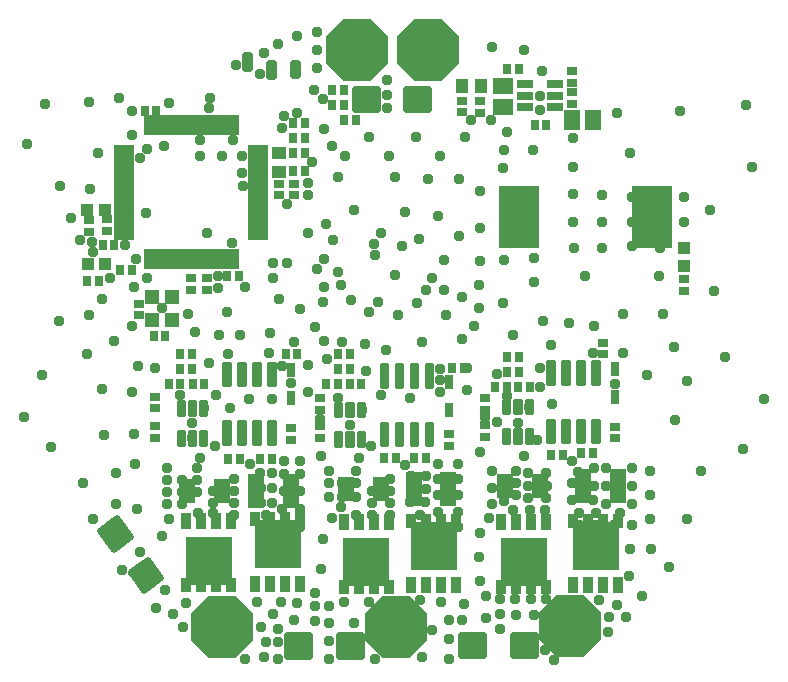
<source format=gbr>
G04 EAGLE Gerber RS-274X export*
G75*
%MOMM*%
%FSLAX34Y34*%
%LPD*%
%INSoldermask Top*%
%IPPOS*%
%AMOC8*
5,1,8,0,0,1.08239X$1,22.5*%
G01*
G04 Define Apertures*
%ADD10C,0.513303*%
%ADD11R,0.763200X0.832300*%
%ADD12R,0.738300X0.847200*%
%ADD13R,0.832300X0.763200*%
%ADD14R,1.103200X1.173400*%
%ADD15R,1.135800X1.173400*%
%ADD16R,1.375500X0.794700*%
%ADD17R,0.847200X0.738300*%
%ADD18R,1.003200X1.003200*%
%ADD19C,0.353406*%
%ADD20R,0.666800X1.240800*%
%ADD21R,1.367800X2.018500*%
%ADD22R,0.483200X1.673200*%
%ADD23R,1.673200X0.483200*%
%ADD24R,1.173400X1.103200*%
%ADD25R,1.173400X1.135800*%
%ADD26R,1.143000X1.270000*%
%ADD27P,5.71848X8X202.5*%
%ADD28P,5.71848X8X112.5*%
%ADD29R,1.367800X2.918500*%
%ADD30R,1.668500X1.367800*%
%ADD31R,1.367800X1.668500*%
%ADD32R,3.454400X5.207000*%
%ADD33C,0.484631*%
%ADD34R,0.813200X1.473200*%
%ADD35R,4.013200X4.113200*%
%ADD36R,0.813200X1.223200*%
%ADD37C,0.344606*%
%ADD38C,0.959600*%
D10*
X9510Y157690D02*
X28910Y157690D01*
X28910Y139490D01*
X9510Y139490D01*
X9510Y157690D01*
X9510Y144366D02*
X28910Y144366D01*
X28910Y149242D02*
X9510Y149242D01*
X9510Y154118D02*
X28910Y154118D01*
X-14590Y157690D02*
X-33990Y157690D01*
X-14590Y157690D02*
X-14590Y139490D01*
X-33990Y139490D01*
X-33990Y157690D01*
X-33990Y144366D02*
X-14590Y144366D01*
X-14590Y149242D02*
X-33990Y149242D01*
X-33990Y154118D02*
X-14590Y154118D01*
D11*
X-43414Y143510D03*
X-53106Y143510D03*
D12*
X-43175Y130810D03*
X-33025Y130810D03*
X-53335Y156210D03*
X-43185Y156210D03*
D13*
X57150Y147392D03*
X57150Y137700D03*
X72390Y147086D03*
X72390Y137394D03*
D14*
X56919Y160020D03*
D15*
X72458Y160020D03*
D16*
X135215Y142226D03*
X135215Y151726D03*
X135215Y161226D03*
X110219Y161226D03*
X110219Y151726D03*
X110219Y142226D03*
D12*
X105405Y173990D03*
X95255Y173990D03*
D11*
X128036Y127000D03*
X118344Y127000D03*
D17*
X149860Y154935D03*
X149860Y144785D03*
X149860Y172715D03*
X149860Y162565D03*
D18*
X245110Y7740D03*
X245110Y22740D03*
D17*
X245110Y-13965D03*
X245110Y-3815D03*
D19*
X167931Y-74101D02*
X167931Y-92299D01*
X167931Y-74101D02*
X172429Y-74101D01*
X172429Y-92299D01*
X167931Y-92299D01*
X167931Y-88942D02*
X172429Y-88942D01*
X172429Y-85585D02*
X167931Y-85585D01*
X167931Y-82228D02*
X172429Y-82228D01*
X172429Y-78871D02*
X167931Y-78871D01*
X167931Y-75514D02*
X172429Y-75514D01*
X155231Y-74101D02*
X155231Y-92299D01*
X155231Y-74101D02*
X159729Y-74101D01*
X159729Y-92299D01*
X155231Y-92299D01*
X155231Y-88942D02*
X159729Y-88942D01*
X159729Y-85585D02*
X155231Y-85585D01*
X155231Y-82228D02*
X159729Y-82228D01*
X159729Y-78871D02*
X155231Y-78871D01*
X155231Y-75514D02*
X159729Y-75514D01*
X142531Y-74101D02*
X142531Y-92299D01*
X142531Y-74101D02*
X147029Y-74101D01*
X147029Y-92299D01*
X142531Y-92299D01*
X142531Y-88942D02*
X147029Y-88942D01*
X147029Y-85585D02*
X142531Y-85585D01*
X142531Y-82228D02*
X147029Y-82228D01*
X147029Y-78871D02*
X142531Y-78871D01*
X142531Y-75514D02*
X147029Y-75514D01*
X129831Y-74101D02*
X129831Y-92299D01*
X129831Y-74101D02*
X134329Y-74101D01*
X134329Y-92299D01*
X129831Y-92299D01*
X129831Y-88942D02*
X134329Y-88942D01*
X134329Y-85585D02*
X129831Y-85585D01*
X129831Y-82228D02*
X134329Y-82228D01*
X134329Y-78871D02*
X129831Y-78871D01*
X129831Y-75514D02*
X134329Y-75514D01*
X129831Y-123601D02*
X129831Y-141799D01*
X129831Y-123601D02*
X134329Y-123601D01*
X134329Y-141799D01*
X129831Y-141799D01*
X129831Y-138442D02*
X134329Y-138442D01*
X134329Y-135085D02*
X129831Y-135085D01*
X129831Y-131728D02*
X134329Y-131728D01*
X134329Y-128371D02*
X129831Y-128371D01*
X129831Y-125014D02*
X134329Y-125014D01*
X142531Y-123601D02*
X142531Y-141799D01*
X142531Y-123601D02*
X147029Y-123601D01*
X147029Y-141799D01*
X142531Y-141799D01*
X142531Y-138442D02*
X147029Y-138442D01*
X147029Y-135085D02*
X142531Y-135085D01*
X142531Y-131728D02*
X147029Y-131728D01*
X147029Y-128371D02*
X142531Y-128371D01*
X142531Y-125014D02*
X147029Y-125014D01*
X155231Y-123601D02*
X155231Y-141799D01*
X155231Y-123601D02*
X159729Y-123601D01*
X159729Y-141799D01*
X155231Y-141799D01*
X155231Y-138442D02*
X159729Y-138442D01*
X159729Y-135085D02*
X155231Y-135085D01*
X155231Y-131728D02*
X159729Y-131728D01*
X159729Y-128371D02*
X155231Y-128371D01*
X155231Y-125014D02*
X159729Y-125014D01*
X167931Y-123601D02*
X167931Y-141799D01*
X167931Y-123601D02*
X172429Y-123601D01*
X172429Y-141799D01*
X167931Y-141799D01*
X167931Y-138442D02*
X172429Y-138442D01*
X172429Y-135085D02*
X167931Y-135085D01*
X167931Y-131728D02*
X172429Y-131728D01*
X172429Y-128371D02*
X167931Y-128371D01*
X167931Y-125014D02*
X172429Y-125014D01*
D13*
X176530Y-67076D03*
X176530Y-57384D03*
D20*
X186690Y-103335D03*
X186690Y-79545D03*
D12*
X167635Y-151130D03*
X157485Y-151130D03*
X142235Y-152400D03*
X132085Y-152400D03*
D21*
X93196Y-179070D03*
X122704Y-179070D03*
D13*
X186690Y-138196D03*
X186690Y-128504D03*
D22*
X-209866Y13150D03*
X-204866Y13150D03*
X-199866Y13150D03*
X-194866Y13150D03*
X-189866Y13150D03*
X-184866Y13150D03*
X-179866Y13150D03*
X-174866Y13150D03*
X-169866Y13150D03*
X-164866Y13150D03*
X-159866Y13150D03*
X-154866Y13150D03*
X-149866Y13150D03*
X-144866Y13150D03*
X-139866Y13150D03*
X-134866Y13150D03*
D23*
X-115666Y32350D03*
X-115666Y37350D03*
X-115666Y42350D03*
X-115666Y47350D03*
X-115666Y52350D03*
X-115666Y57350D03*
X-115666Y62350D03*
X-115666Y67350D03*
X-115666Y72350D03*
X-115666Y77350D03*
X-115666Y82350D03*
X-115666Y87350D03*
X-115666Y92350D03*
X-115666Y97350D03*
X-115666Y102350D03*
X-115666Y107350D03*
D22*
X-134866Y126550D03*
X-139866Y126550D03*
X-144866Y126550D03*
X-149866Y126550D03*
X-154866Y126550D03*
X-159866Y126550D03*
X-164866Y126550D03*
X-169866Y126550D03*
X-174866Y126550D03*
X-179866Y126550D03*
X-184866Y126550D03*
X-189866Y126550D03*
X-194866Y126550D03*
X-199866Y126550D03*
X-204866Y126550D03*
X-209866Y126550D03*
D23*
X-229066Y107350D03*
X-229066Y102350D03*
X-229066Y97350D03*
X-229066Y92350D03*
X-229066Y87350D03*
X-229066Y82350D03*
X-229066Y77350D03*
X-229066Y72350D03*
X-229066Y67350D03*
X-229066Y62350D03*
X-229066Y57350D03*
X-229066Y52350D03*
X-229066Y47350D03*
X-229066Y42350D03*
X-229066Y37350D03*
X-229066Y32350D03*
D11*
X-86126Y128270D03*
X-76434Y128270D03*
X-237724Y25400D03*
X-247416Y25400D03*
X-132314Y-1270D03*
X-142006Y-1270D03*
X-211856Y138570D03*
X-202164Y138570D03*
X-86126Y115570D03*
X-76434Y115570D03*
D24*
X-97790Y87399D03*
D25*
X-97790Y102938D03*
D11*
X-86126Y87630D03*
X-76434Y87630D03*
X-86126Y102870D03*
X-76434Y102870D03*
D13*
X-85090Y77236D03*
X-85090Y67544D03*
X-97790Y77236D03*
X-97790Y67544D03*
D17*
X-243840Y46985D03*
X-243840Y36835D03*
D13*
X-172720Y-2774D03*
X-172720Y-12466D03*
D17*
X-158750Y-12695D03*
X-158750Y-2545D03*
D26*
X-205317Y-18838D03*
X-205317Y-38396D03*
X-188553Y-38396D03*
X-188553Y-18838D03*
D11*
X-194544Y-52070D03*
X-204236Y-52070D03*
D13*
X-217104Y-24430D03*
X-217104Y-34122D03*
D18*
X-260750Y55185D03*
X-245750Y55185D03*
D17*
X-259080Y46411D03*
X-259080Y36261D03*
D19*
X26961Y-76641D02*
X26961Y-94839D01*
X26961Y-76641D02*
X31459Y-76641D01*
X31459Y-94839D01*
X26961Y-94839D01*
X26961Y-91482D02*
X31459Y-91482D01*
X31459Y-88125D02*
X26961Y-88125D01*
X26961Y-84768D02*
X31459Y-84768D01*
X31459Y-81411D02*
X26961Y-81411D01*
X26961Y-78054D02*
X31459Y-78054D01*
X14261Y-76641D02*
X14261Y-94839D01*
X14261Y-76641D02*
X18759Y-76641D01*
X18759Y-94839D01*
X14261Y-94839D01*
X14261Y-91482D02*
X18759Y-91482D01*
X18759Y-88125D02*
X14261Y-88125D01*
X14261Y-84768D02*
X18759Y-84768D01*
X18759Y-81411D02*
X14261Y-81411D01*
X14261Y-78054D02*
X18759Y-78054D01*
X1561Y-76641D02*
X1561Y-94839D01*
X1561Y-76641D02*
X6059Y-76641D01*
X6059Y-94839D01*
X1561Y-94839D01*
X1561Y-91482D02*
X6059Y-91482D01*
X6059Y-88125D02*
X1561Y-88125D01*
X1561Y-84768D02*
X6059Y-84768D01*
X6059Y-81411D02*
X1561Y-81411D01*
X1561Y-78054D02*
X6059Y-78054D01*
X-11139Y-76641D02*
X-11139Y-94839D01*
X-11139Y-76641D02*
X-6641Y-76641D01*
X-6641Y-94839D01*
X-11139Y-94839D01*
X-11139Y-91482D02*
X-6641Y-91482D01*
X-6641Y-88125D02*
X-11139Y-88125D01*
X-11139Y-84768D02*
X-6641Y-84768D01*
X-6641Y-81411D02*
X-11139Y-81411D01*
X-11139Y-78054D02*
X-6641Y-78054D01*
X-11139Y-126141D02*
X-11139Y-144339D01*
X-11139Y-126141D02*
X-6641Y-126141D01*
X-6641Y-144339D01*
X-11139Y-144339D01*
X-11139Y-140982D02*
X-6641Y-140982D01*
X-6641Y-137625D02*
X-11139Y-137625D01*
X-11139Y-134268D02*
X-6641Y-134268D01*
X-6641Y-130911D02*
X-11139Y-130911D01*
X-11139Y-127554D02*
X-6641Y-127554D01*
X1561Y-126141D02*
X1561Y-144339D01*
X1561Y-126141D02*
X6059Y-126141D01*
X6059Y-144339D01*
X1561Y-144339D01*
X1561Y-140982D02*
X6059Y-140982D01*
X6059Y-137625D02*
X1561Y-137625D01*
X1561Y-134268D02*
X6059Y-134268D01*
X6059Y-130911D02*
X1561Y-130911D01*
X1561Y-127554D02*
X6059Y-127554D01*
X14261Y-126141D02*
X14261Y-144339D01*
X14261Y-126141D02*
X18759Y-126141D01*
X18759Y-144339D01*
X14261Y-144339D01*
X14261Y-140982D02*
X18759Y-140982D01*
X18759Y-137625D02*
X14261Y-137625D01*
X14261Y-134268D02*
X18759Y-134268D01*
X18759Y-130911D02*
X14261Y-130911D01*
X14261Y-127554D02*
X18759Y-127554D01*
X26961Y-126141D02*
X26961Y-144339D01*
X26961Y-126141D02*
X31459Y-126141D01*
X31459Y-144339D01*
X26961Y-144339D01*
X26961Y-140982D02*
X31459Y-140982D01*
X31459Y-137625D02*
X26961Y-137625D01*
X26961Y-134268D02*
X31459Y-134268D01*
X31459Y-130911D02*
X26961Y-130911D01*
X26961Y-127554D02*
X31459Y-127554D01*
D11*
X48494Y-78740D03*
X58186Y-78740D03*
D20*
X45720Y-114765D03*
X45720Y-90975D03*
D12*
X26665Y-154940D03*
X16515Y-154940D03*
X1265Y-154940D03*
X-8885Y-154940D03*
D21*
X-41424Y-181610D03*
X-11916Y-181610D03*
D13*
X45720Y-144546D03*
X45720Y-134854D03*
D19*
X-106389Y-93569D02*
X-106389Y-75371D01*
X-101891Y-75371D01*
X-101891Y-93569D01*
X-106389Y-93569D01*
X-106389Y-90212D02*
X-101891Y-90212D01*
X-101891Y-86855D02*
X-106389Y-86855D01*
X-106389Y-83498D02*
X-101891Y-83498D01*
X-101891Y-80141D02*
X-106389Y-80141D01*
X-106389Y-76784D02*
X-101891Y-76784D01*
X-119089Y-75371D02*
X-119089Y-93569D01*
X-119089Y-75371D02*
X-114591Y-75371D01*
X-114591Y-93569D01*
X-119089Y-93569D01*
X-119089Y-90212D02*
X-114591Y-90212D01*
X-114591Y-86855D02*
X-119089Y-86855D01*
X-119089Y-83498D02*
X-114591Y-83498D01*
X-114591Y-80141D02*
X-119089Y-80141D01*
X-119089Y-76784D02*
X-114591Y-76784D01*
X-131789Y-75371D02*
X-131789Y-93569D01*
X-131789Y-75371D02*
X-127291Y-75371D01*
X-127291Y-93569D01*
X-131789Y-93569D01*
X-131789Y-90212D02*
X-127291Y-90212D01*
X-127291Y-86855D02*
X-131789Y-86855D01*
X-131789Y-83498D02*
X-127291Y-83498D01*
X-127291Y-80141D02*
X-131789Y-80141D01*
X-131789Y-76784D02*
X-127291Y-76784D01*
X-144489Y-75371D02*
X-144489Y-93569D01*
X-144489Y-75371D02*
X-139991Y-75371D01*
X-139991Y-93569D01*
X-144489Y-93569D01*
X-144489Y-90212D02*
X-139991Y-90212D01*
X-139991Y-86855D02*
X-144489Y-86855D01*
X-144489Y-83498D02*
X-139991Y-83498D01*
X-139991Y-80141D02*
X-144489Y-80141D01*
X-144489Y-76784D02*
X-139991Y-76784D01*
X-144489Y-124871D02*
X-144489Y-143069D01*
X-144489Y-124871D02*
X-139991Y-124871D01*
X-139991Y-143069D01*
X-144489Y-143069D01*
X-144489Y-139712D02*
X-139991Y-139712D01*
X-139991Y-136355D02*
X-144489Y-136355D01*
X-144489Y-132998D02*
X-139991Y-132998D01*
X-139991Y-129641D02*
X-144489Y-129641D01*
X-144489Y-126284D02*
X-139991Y-126284D01*
X-131789Y-124871D02*
X-131789Y-143069D01*
X-131789Y-124871D02*
X-127291Y-124871D01*
X-127291Y-143069D01*
X-131789Y-143069D01*
X-131789Y-139712D02*
X-127291Y-139712D01*
X-127291Y-136355D02*
X-131789Y-136355D01*
X-131789Y-132998D02*
X-127291Y-132998D01*
X-127291Y-129641D02*
X-131789Y-129641D01*
X-131789Y-126284D02*
X-127291Y-126284D01*
X-119089Y-124871D02*
X-119089Y-143069D01*
X-119089Y-124871D02*
X-114591Y-124871D01*
X-114591Y-143069D01*
X-119089Y-143069D01*
X-119089Y-139712D02*
X-114591Y-139712D01*
X-114591Y-136355D02*
X-119089Y-136355D01*
X-119089Y-132998D02*
X-114591Y-132998D01*
X-114591Y-129641D02*
X-119089Y-129641D01*
X-119089Y-126284D02*
X-114591Y-126284D01*
X-106389Y-124871D02*
X-106389Y-143069D01*
X-106389Y-124871D02*
X-101891Y-124871D01*
X-101891Y-143069D01*
X-106389Y-143069D01*
X-106389Y-139712D02*
X-101891Y-139712D01*
X-101891Y-136355D02*
X-106389Y-136355D01*
X-106389Y-132998D02*
X-101891Y-132998D01*
X-101891Y-129641D02*
X-106389Y-129641D01*
X-106389Y-126284D02*
X-101891Y-126284D01*
D11*
X-92476Y-67310D03*
X-82784Y-67310D03*
D20*
X-87630Y-104605D03*
X-87630Y-80815D03*
D12*
X-104145Y-156210D03*
X-114295Y-156210D03*
X-130815Y-156210D03*
X-140965Y-156210D03*
D21*
X-176044Y-182880D03*
X-146536Y-182880D03*
D13*
X-87630Y-139466D03*
X-87630Y-129774D03*
D18*
X-260230Y8890D03*
X-245230Y8890D03*
D12*
X-260345Y-5080D03*
X-250195Y-5080D03*
D27*
X28096Y190462D03*
X-32406Y190221D03*
D28*
X148499Y-296900D03*
X1270Y-298170D03*
X-146427Y-298115D03*
D29*
X-88116Y-182880D03*
X-117624Y-182880D03*
X45234Y-181610D03*
X15726Y-181610D03*
X188744Y-179070D03*
X159236Y-179070D03*
D30*
X91440Y159687D03*
X91440Y142179D03*
D31*
X149996Y130810D03*
X167504Y130810D03*
D32*
X104859Y49374D03*
X217361Y49374D03*
D11*
X-223008Y3810D03*
X-232700Y3810D03*
D10*
X99680Y-304590D02*
X119080Y-304590D01*
X119080Y-322790D01*
X99680Y-322790D01*
X99680Y-304590D01*
X99680Y-317914D02*
X119080Y-317914D01*
X119080Y-313038D02*
X99680Y-313038D01*
X99680Y-308162D02*
X119080Y-308162D01*
X75580Y-304590D02*
X56180Y-304590D01*
X75580Y-304590D02*
X75580Y-322790D01*
X56180Y-322790D01*
X56180Y-304590D01*
X56180Y-317914D02*
X75580Y-317914D01*
X75580Y-313038D02*
X56180Y-313038D01*
X56180Y-308162D02*
X75580Y-308162D01*
X-28240Y-305090D02*
X-47640Y-305090D01*
X-28240Y-305090D02*
X-28240Y-323290D01*
X-47640Y-323290D01*
X-47640Y-305090D01*
X-47640Y-318414D02*
X-28240Y-318414D01*
X-28240Y-313538D02*
X-47640Y-313538D01*
X-47640Y-308662D02*
X-28240Y-308662D01*
X-71740Y-305090D02*
X-91140Y-305090D01*
X-71740Y-305090D02*
X-71740Y-323290D01*
X-91140Y-323290D01*
X-91140Y-305090D01*
X-91140Y-318414D02*
X-71740Y-318414D01*
X-71740Y-313538D02*
X-91140Y-313538D01*
X-91140Y-308662D02*
X-71740Y-308662D01*
X-197695Y-256673D02*
X-209234Y-241079D01*
X-197695Y-256673D02*
X-212324Y-267499D01*
X-223863Y-251905D01*
X-209234Y-241079D01*
X-205735Y-262623D02*
X-215932Y-262623D01*
X-219540Y-257747D02*
X-199146Y-257747D01*
X-200508Y-252871D02*
X-223148Y-252871D01*
X-218579Y-247995D02*
X-204116Y-247995D01*
X-207724Y-243119D02*
X-211991Y-243119D01*
X-223570Y-221706D02*
X-235109Y-206112D01*
X-223570Y-221706D02*
X-238199Y-232532D01*
X-249738Y-216938D01*
X-235109Y-206112D01*
X-231610Y-227656D02*
X-241807Y-227656D01*
X-245415Y-222780D02*
X-225021Y-222780D01*
X-226383Y-217904D02*
X-249023Y-217904D01*
X-244454Y-213028D02*
X-229991Y-213028D01*
X-233599Y-208152D02*
X-237866Y-208152D01*
D33*
X-102538Y167582D02*
X-102538Y178992D01*
X-102538Y167582D02*
X-106836Y167582D01*
X-106836Y178992D01*
X-102538Y178992D01*
X-102538Y172186D02*
X-106836Y172186D01*
X-106836Y176790D02*
X-102538Y176790D01*
X-122311Y174635D02*
X-122311Y186045D01*
X-122311Y174635D02*
X-126609Y174635D01*
X-126609Y186045D01*
X-122311Y186045D01*
X-122311Y179239D02*
X-126609Y179239D01*
X-126609Y183843D02*
X-122311Y183843D01*
X-81671Y179695D02*
X-81671Y168285D01*
X-85969Y168285D01*
X-85969Y179695D01*
X-81671Y179695D01*
X-81671Y172889D02*
X-85969Y172889D01*
X-85969Y177493D02*
X-81671Y177493D01*
D34*
X176530Y-262920D03*
X163830Y-262920D03*
X151130Y-262920D03*
X189230Y-262920D03*
D35*
X170180Y-229320D03*
D36*
X189230Y-208270D03*
X176530Y-208270D03*
X163830Y-208270D03*
X151130Y-208270D03*
D34*
X102870Y-209520D03*
X115570Y-209520D03*
X128270Y-209520D03*
X90170Y-209520D03*
D35*
X109220Y-243120D03*
D36*
X90170Y-264170D03*
X102870Y-264170D03*
X115570Y-264170D03*
X128270Y-264170D03*
D34*
X39370Y-262811D03*
X26670Y-262811D03*
X13970Y-262811D03*
X52070Y-262811D03*
D35*
X33020Y-229211D03*
D36*
X52070Y-208161D03*
X39370Y-208161D03*
X26670Y-208161D03*
X13970Y-208161D03*
D34*
X-30480Y-209520D03*
X-17780Y-209520D03*
X-5080Y-209520D03*
X-43180Y-209520D03*
D35*
X-24130Y-243120D03*
D36*
X-43180Y-264170D03*
X-30480Y-264170D03*
X-17780Y-264170D03*
X-5080Y-264170D03*
D34*
X-92710Y-261650D03*
X-105410Y-261650D03*
X-118110Y-261650D03*
X-80010Y-261650D03*
D35*
X-99060Y-228050D03*
D36*
X-80010Y-207000D03*
X-92710Y-207000D03*
X-105410Y-207000D03*
X-118110Y-207000D03*
D34*
X-163830Y-208250D03*
X-151130Y-208250D03*
X-138430Y-208250D03*
X-176530Y-208250D03*
D35*
X-157480Y-241850D03*
D36*
X-176530Y-262900D03*
X-163830Y-262900D03*
X-151130Y-262900D03*
X-138430Y-262900D03*
D11*
X-58186Y-92710D03*
X-48494Y-92710D03*
D13*
X-63500Y-104374D03*
X-63500Y-114066D03*
D17*
X-63500Y-128275D03*
X-63500Y-138425D03*
D37*
X-45407Y-134207D02*
X-45407Y-144893D01*
X-49793Y-144893D01*
X-49793Y-134207D01*
X-45407Y-134207D01*
X-45407Y-141619D02*
X-49793Y-141619D01*
X-49793Y-138345D02*
X-45407Y-138345D01*
X-45407Y-135071D02*
X-49793Y-135071D01*
X-35907Y-134207D02*
X-35907Y-144893D01*
X-40293Y-144893D01*
X-40293Y-134207D01*
X-35907Y-134207D01*
X-35907Y-141619D02*
X-40293Y-141619D01*
X-40293Y-138345D02*
X-35907Y-138345D01*
X-35907Y-135071D02*
X-40293Y-135071D01*
X-26407Y-134207D02*
X-26407Y-144893D01*
X-30793Y-144893D01*
X-30793Y-134207D01*
X-26407Y-134207D01*
X-26407Y-141619D02*
X-30793Y-141619D01*
X-30793Y-138345D02*
X-26407Y-138345D01*
X-26407Y-135071D02*
X-30793Y-135071D01*
X-45407Y-119793D02*
X-45407Y-109107D01*
X-45407Y-119793D02*
X-49793Y-119793D01*
X-49793Y-109107D01*
X-45407Y-109107D01*
X-45407Y-116519D02*
X-49793Y-116519D01*
X-49793Y-113245D02*
X-45407Y-113245D01*
X-45407Y-109971D02*
X-49793Y-109971D01*
X-35907Y-109107D02*
X-35907Y-119793D01*
X-40293Y-119793D01*
X-40293Y-109107D01*
X-35907Y-109107D01*
X-35907Y-116519D02*
X-40293Y-116519D01*
X-40293Y-113245D02*
X-35907Y-113245D01*
X-35907Y-109971D02*
X-40293Y-109971D01*
X-26407Y-109107D02*
X-26407Y-119793D01*
X-30793Y-119793D01*
X-30793Y-109107D01*
X-26407Y-109107D01*
X-26407Y-116519D02*
X-30793Y-116519D01*
X-30793Y-113245D02*
X-26407Y-113245D01*
X-26407Y-109971D02*
X-30793Y-109971D01*
D12*
X-38105Y-80010D03*
X-48255Y-80010D03*
X-48255Y-67310D03*
X-38105Y-67310D03*
D11*
X-28585Y-92710D03*
X-38277Y-92710D03*
X-191536Y-92710D03*
X-181844Y-92710D03*
D13*
X-203200Y-103104D03*
X-203200Y-112796D03*
D17*
X-203200Y-128275D03*
X-203200Y-138425D03*
D37*
X-178757Y-143623D02*
X-178757Y-132937D01*
X-178757Y-143623D02*
X-183143Y-143623D01*
X-183143Y-132937D01*
X-178757Y-132937D01*
X-178757Y-140349D02*
X-183143Y-140349D01*
X-183143Y-137075D02*
X-178757Y-137075D01*
X-178757Y-133801D02*
X-183143Y-133801D01*
X-169257Y-132937D02*
X-169257Y-143623D01*
X-173643Y-143623D01*
X-173643Y-132937D01*
X-169257Y-132937D01*
X-169257Y-140349D02*
X-173643Y-140349D01*
X-173643Y-137075D02*
X-169257Y-137075D01*
X-169257Y-133801D02*
X-173643Y-133801D01*
X-159757Y-132937D02*
X-159757Y-143623D01*
X-164143Y-143623D01*
X-164143Y-132937D01*
X-159757Y-132937D01*
X-159757Y-140349D02*
X-164143Y-140349D01*
X-164143Y-137075D02*
X-159757Y-137075D01*
X-159757Y-133801D02*
X-164143Y-133801D01*
X-178757Y-118523D02*
X-178757Y-107837D01*
X-178757Y-118523D02*
X-183143Y-118523D01*
X-183143Y-107837D01*
X-178757Y-107837D01*
X-178757Y-115249D02*
X-183143Y-115249D01*
X-183143Y-111975D02*
X-178757Y-111975D01*
X-178757Y-108701D02*
X-183143Y-108701D01*
X-169257Y-107837D02*
X-169257Y-118523D01*
X-173643Y-118523D01*
X-173643Y-107837D01*
X-169257Y-107837D01*
X-169257Y-115249D02*
X-173643Y-115249D01*
X-173643Y-111975D02*
X-169257Y-111975D01*
X-169257Y-108701D02*
X-173643Y-108701D01*
X-159757Y-107837D02*
X-159757Y-118523D01*
X-164143Y-118523D01*
X-164143Y-107837D01*
X-159757Y-107837D01*
X-159757Y-115249D02*
X-164143Y-115249D01*
X-164143Y-111975D02*
X-159757Y-111975D01*
X-159757Y-108701D02*
X-164143Y-108701D01*
D12*
X-171455Y-80010D03*
X-181605Y-80010D03*
X-181605Y-67310D03*
X-171455Y-67310D03*
D11*
X-161524Y-92710D03*
X-171216Y-92710D03*
X85018Y-95250D03*
X94710Y-95250D03*
D13*
X76200Y-104374D03*
X76200Y-114066D03*
D17*
X76200Y-127005D03*
X76200Y-137155D03*
D37*
X96833Y-142353D02*
X96833Y-131667D01*
X96833Y-142353D02*
X92447Y-142353D01*
X92447Y-131667D01*
X96833Y-131667D01*
X96833Y-139079D02*
X92447Y-139079D01*
X92447Y-135805D02*
X96833Y-135805D01*
X96833Y-132531D02*
X92447Y-132531D01*
X106333Y-131667D02*
X106333Y-142353D01*
X101947Y-142353D01*
X101947Y-131667D01*
X106333Y-131667D01*
X106333Y-139079D02*
X101947Y-139079D01*
X101947Y-135805D02*
X106333Y-135805D01*
X106333Y-132531D02*
X101947Y-132531D01*
X115833Y-131667D02*
X115833Y-142353D01*
X111447Y-142353D01*
X111447Y-131667D01*
X115833Y-131667D01*
X115833Y-139079D02*
X111447Y-139079D01*
X111447Y-135805D02*
X115833Y-135805D01*
X115833Y-132531D02*
X111447Y-132531D01*
X96833Y-117253D02*
X96833Y-106567D01*
X96833Y-117253D02*
X92447Y-117253D01*
X92447Y-106567D01*
X96833Y-106567D01*
X96833Y-113979D02*
X92447Y-113979D01*
X92447Y-110705D02*
X96833Y-110705D01*
X96833Y-107431D02*
X92447Y-107431D01*
X106333Y-106567D02*
X106333Y-117253D01*
X101947Y-117253D01*
X101947Y-106567D01*
X106333Y-106567D01*
X106333Y-113979D02*
X101947Y-113979D01*
X101947Y-110705D02*
X106333Y-110705D01*
X106333Y-107431D02*
X101947Y-107431D01*
X115833Y-106567D02*
X115833Y-117253D01*
X111447Y-117253D01*
X111447Y-106567D01*
X115833Y-106567D01*
X115833Y-113979D02*
X111447Y-113979D01*
X111447Y-110705D02*
X115833Y-110705D01*
X115833Y-107431D02*
X111447Y-107431D01*
D12*
X105405Y-82550D03*
X95255Y-82550D03*
X95255Y-69850D03*
X105405Y-69850D03*
D11*
X114066Y-95250D03*
X104374Y-95250D03*
D38*
X-93980Y-157480D03*
X-80010Y-157480D03*
X-93980Y-168910D03*
X-80010Y-168910D03*
X-93980Y-182880D03*
X-80010Y-182880D03*
X-95250Y-198120D03*
X-80010Y-198120D03*
X-80010Y-213360D03*
X-95250Y-213360D03*
X-109220Y-213360D03*
X-109220Y-203200D03*
X-106680Y-66040D03*
X-95250Y-77470D03*
X-87630Y-91440D03*
X36830Y-160020D03*
X53340Y-160020D03*
X36830Y-172720D03*
X53340Y-172720D03*
X36830Y-186690D03*
X53340Y-186690D03*
X53340Y-213360D03*
X38100Y-213360D03*
X21590Y-213360D03*
X21590Y-203200D03*
X36830Y-200660D03*
X53340Y-200660D03*
X38100Y-80010D03*
X38100Y-88900D03*
X38100Y-99060D03*
X179070Y-163830D03*
X200660Y-163830D03*
X179070Y-179070D03*
X200660Y-179070D03*
X179070Y-194310D03*
X200660Y-194310D03*
X200660Y-212090D03*
X156210Y-201930D03*
X170180Y-201930D03*
X156210Y-212090D03*
X170180Y-212090D03*
X185420Y-212090D03*
X190500Y-201930D03*
X167640Y-66040D03*
X193040Y-66040D03*
X186690Y-92710D03*
X-150224Y-1270D03*
X-150224Y-11430D03*
X-6350Y140970D03*
X-6350Y152400D03*
X-6350Y165100D03*
X-82550Y137160D03*
X-69850Y95250D03*
X-73660Y67310D03*
X-11430Y35560D03*
X-45720Y-8890D03*
X-21590Y-31750D03*
X2540Y-34290D03*
X-91222Y59908D03*
X-37035Y-21385D03*
X-266700Y29210D03*
X-255270Y19050D03*
X-193040Y-163830D03*
X-167640Y-163830D03*
X-193040Y-184150D03*
X-167640Y-184150D03*
X-193040Y-173990D03*
X-167640Y-173990D03*
X-180340Y-173990D03*
X-180340Y-184150D03*
X-193040Y-194310D03*
X-180340Y-194310D03*
X-114300Y-167640D03*
X-104140Y-167640D03*
X-113030Y-180340D03*
X-104140Y-180340D03*
X-113030Y-193040D03*
X-104140Y-193040D03*
X-73660Y-76200D03*
X-85090Y-57150D03*
X-33020Y-166370D03*
X-55880Y-166370D03*
X-55880Y-187960D03*
X-33020Y-187960D03*
X-44450Y-187960D03*
X-55880Y-176530D03*
X-33020Y-176530D03*
X-44450Y-176530D03*
X13970Y-170180D03*
X26670Y-170180D03*
X13970Y-181610D03*
X26670Y-181610D03*
X-45720Y-196624D03*
X-24130Y-81280D03*
X-11430Y-101600D03*
X60960Y-97790D03*
X82550Y-166370D03*
X102870Y-166370D03*
X102870Y-186690D03*
X82550Y-194310D03*
X82550Y-180340D03*
X102870Y-176530D03*
X92710Y-179070D03*
X92710Y-191770D03*
X168910Y-163830D03*
X168910Y-179070D03*
X167640Y-190500D03*
X149860Y-190500D03*
X149860Y-176530D03*
X60734Y-78740D03*
X155363Y-166793D03*
X123190Y-78740D03*
X-255270Y-207010D03*
X-236220Y-194310D03*
X-220980Y-134620D03*
X-247650Y-96520D03*
X-236220Y-167640D03*
X-246380Y-135890D03*
X-264160Y-176530D03*
X-290830Y-146050D03*
X-313690Y-120650D03*
X-298450Y-85090D03*
X-284480Y-39370D03*
X-260350Y-67310D03*
X-67310Y-269240D03*
X-82550Y-278130D03*
X-99060Y-325120D03*
X-99060Y-311150D03*
X-99060Y-299720D03*
X-67310Y-293370D03*
X-85090Y-292100D03*
X-67310Y-280670D03*
X72390Y-259080D03*
X77470Y-271780D03*
X77470Y-290830D03*
X57150Y-292100D03*
X198120Y-255270D03*
X199390Y-232410D03*
X217170Y-232410D03*
X215900Y-166370D03*
X215900Y-186690D03*
X215900Y-207010D03*
X209550Y-271780D03*
X232410Y-247650D03*
X247650Y-207010D03*
X259080Y-166370D03*
X294640Y-147320D03*
X312420Y-105410D03*
X279400Y-69850D03*
X270510Y-13970D03*
X161290Y-1270D03*
X223520Y-1270D03*
X193040Y-33020D03*
X236220Y-60960D03*
X237490Y-123190D03*
X266700Y54610D03*
X302260Y91440D03*
X297180Y143510D03*
X241300Y138430D03*
X199390Y102870D03*
X187960Y137160D03*
X124460Y172720D03*
X82550Y193040D03*
X-66040Y205740D03*
X-66040Y190500D03*
X-66040Y175260D03*
X-99060Y195580D03*
X-110490Y187960D03*
X-82550Y201930D03*
X-68580Y156210D03*
X-60960Y148590D03*
X-48260Y82550D03*
X0Y82550D03*
X36830Y49530D03*
X41910Y12700D03*
X20320Y30480D03*
X8890Y53340D03*
X-34290Y54610D03*
X-58420Y43180D03*
X-13970Y-22860D03*
X-7620Y-63500D03*
X-44450Y-57150D03*
X-97790Y-20320D03*
X-67310Y-44450D03*
X-105410Y-49530D03*
X-140970Y-67310D03*
X-142240Y-31750D03*
X-175260Y-33020D03*
X-168910Y-48260D03*
X-203200Y-78740D03*
X-217170Y-77470D03*
X-237490Y-55880D03*
X-259080Y-34290D03*
X-241300Y-2540D03*
X-209550Y-2540D03*
X-247650Y-20320D03*
X-222250Y-43180D03*
X81280Y130810D03*
X64770Y130810D03*
X95250Y120650D03*
X123190Y151130D03*
X123190Y139700D03*
X109220Y190500D03*
X133350Y-109220D03*
X132080Y-59690D03*
X100330Y-50800D03*
X125730Y-39370D03*
X91440Y-24130D03*
X118110Y-6350D03*
X92710Y12700D03*
X118110Y13970D03*
X54610Y81280D03*
X54610Y33020D03*
X27940Y81280D03*
X-259080Y146050D03*
X-295910Y144780D03*
X-311150Y110490D03*
X-283210Y74930D03*
X-222250Y118110D03*
X-251460Y102870D03*
X-257810Y72390D03*
X-233680Y149860D03*
X-220980Y-10160D03*
X-196850Y-27940D03*
X-129540Y100330D03*
X-129540Y86360D03*
X-256540Y27940D03*
X0Y0D03*
X13068Y-192138D03*
X25768Y-192138D03*
X58420Y-278277D03*
X104140Y-125730D03*
X113616Y-111760D03*
X104116Y-137160D03*
X86360Y-83820D03*
X86360Y-124460D03*
X123190Y-95250D03*
X-57150Y-71120D03*
X-59690Y-55880D03*
X-27940Y-114300D03*
X-38100Y-139700D03*
X-38100Y-127000D03*
X-222476Y-99060D03*
X-161290Y-113030D03*
X-171450Y-138430D03*
X-171450Y-125730D03*
X-219710Y-160020D03*
X-218440Y-198120D03*
X-196850Y-220980D03*
X-151130Y-101600D03*
X-123190Y-105410D03*
X-104140Y-105410D03*
X-139700Y-113030D03*
X-157480Y-74930D03*
X-130810Y-50800D03*
X-148590Y-50800D03*
X-102870Y-2540D03*
X-80010Y-29210D03*
X12700Y-104140D03*
X22860Y-57150D03*
X57150Y-54610D03*
X-25400Y-58420D03*
X-62230Y-248920D03*
X-60960Y-223520D03*
X-62230Y-153670D03*
X72390Y-218440D03*
X71120Y-238760D03*
X72390Y-149860D03*
X147320Y-40640D03*
X213360Y-85090D03*
X168910Y-43180D03*
X227330Y-33020D03*
X247650Y-90170D03*
X-73660Y-99060D03*
X41910Y-12700D03*
X43180Y-34290D03*
X71120Y-27940D03*
X71120Y-8890D03*
X57150Y-19050D03*
X17780Y116840D03*
X-21590Y116840D03*
X59690Y116840D03*
X91440Y90170D03*
X-59690Y123190D03*
X-41910Y100330D03*
X-5080Y100330D03*
X38100Y100330D03*
X72390Y71120D03*
X72390Y39370D03*
X72390Y11430D03*
X-195580Y109220D03*
X-191300Y145210D03*
X151130Y115570D03*
X224790Y22860D03*
X245110Y66040D03*
X151130Y68580D03*
X151130Y91440D03*
X151130Y44450D03*
X175260Y22860D03*
X200660Y24130D03*
X175260Y44450D03*
X175260Y67310D03*
X200660Y44450D03*
X200660Y66040D03*
X224790Y66040D03*
X224790Y44450D03*
X245110Y44450D03*
X19050Y-24130D03*
X-222250Y138430D03*
X-228600Y25400D03*
X-219505Y13765D03*
X151356Y22860D03*
X-126795Y-9955D03*
X-93904Y134696D03*
X95250Y-102870D03*
X-48260Y-104140D03*
X-181610Y-101600D03*
X-209550Y106680D03*
X-215900Y99060D03*
X92710Y105410D03*
X116840Y105410D03*
X88900Y-274320D03*
X101600Y-274320D03*
X115570Y-274320D03*
X128270Y-274320D03*
X88900Y-287020D03*
X88900Y-299720D03*
X102870Y-288290D03*
X118110Y-288290D03*
X127000Y-317500D03*
X134620Y-326138D03*
X172720Y-275590D03*
X195580Y-289560D03*
X180340Y-302260D03*
X181610Y-289560D03*
X150217Y-157261D03*
X187960Y-279656D03*
X109220Y-153670D03*
X80010Y-205740D03*
X113030Y-167640D03*
X128270Y-167640D03*
X113030Y-179070D03*
X100330Y-199390D03*
X114300Y-199390D03*
X127000Y-199390D03*
X128270Y-189230D03*
X113030Y-189230D03*
X129054Y-179070D03*
X120650Y-139700D03*
X67310Y-43180D03*
X-102870Y10160D03*
X-137862Y26798D03*
X76200Y-120650D03*
X-165100Y100330D03*
X-146050Y100330D03*
X-165100Y113894D03*
X-137160Y113894D03*
X-53088Y109220D03*
X-95360Y124338D03*
X-30480Y-154940D03*
X-53340Y-205740D03*
X-3810Y-172720D03*
X-3810Y-182880D03*
X-19050Y-182880D03*
X-19050Y-193040D03*
X-3810Y-193040D03*
X-3810Y-203200D03*
X-19050Y-203200D03*
X-33020Y-203200D03*
X-20320Y-144780D03*
X-191414Y-207010D03*
X-165100Y-154742D03*
X-153670Y-182880D03*
X-153670Y-193040D03*
X-153670Y-201930D03*
X-166370Y-201930D03*
X-136116Y-172720D03*
X-136116Y-182880D03*
X-136116Y-193040D03*
X-136116Y-203200D03*
X-152400Y-144780D03*
X-55880Y-280670D03*
X-55880Y-294640D03*
X-55880Y-309880D03*
X-55880Y-325120D03*
X-43180Y-276860D03*
X-21590Y-276860D03*
X45720Y-325120D03*
X45720Y-308610D03*
X45720Y-292100D03*
X21590Y-275590D03*
X39370Y-276860D03*
X31750Y-300990D03*
X22860Y-323850D03*
X-16510Y-325120D03*
X-34290Y-294640D03*
X8890Y-160714D03*
X-158750Y35560D03*
X-63500Y-121920D03*
X-96520Y-276860D03*
X-116840Y-276860D03*
X-113030Y-298450D03*
X-127000Y-325120D03*
X-179070Y-298450D03*
X-176530Y-278130D03*
X-201930Y-281940D03*
X-194310Y-266700D03*
X-122834Y-160020D03*
X-187960Y-287020D03*
X-110490Y-323850D03*
X-109220Y-311150D03*
X-102870Y-287020D03*
X-215900Y-234950D03*
X-231140Y-250190D03*
X-210820Y52070D03*
X-274320Y48260D03*
X-66040Y5080D03*
X-59690Y-10160D03*
X26670Y-12700D03*
X-52070Y29210D03*
X6350Y24130D03*
X-60249Y13292D03*
X-16510Y16510D03*
X-48260Y2540D03*
X-17780Y26444D03*
X-73660Y35560D03*
X-91440Y10160D03*
X-60946Y-22846D03*
X-128322Y74930D03*
X-73660Y77470D03*
X31674Y-2464D03*
X-114300Y170180D03*
X-157198Y140984D03*
X-134620Y177800D03*
X-156408Y150072D03*
M02*

</source>
